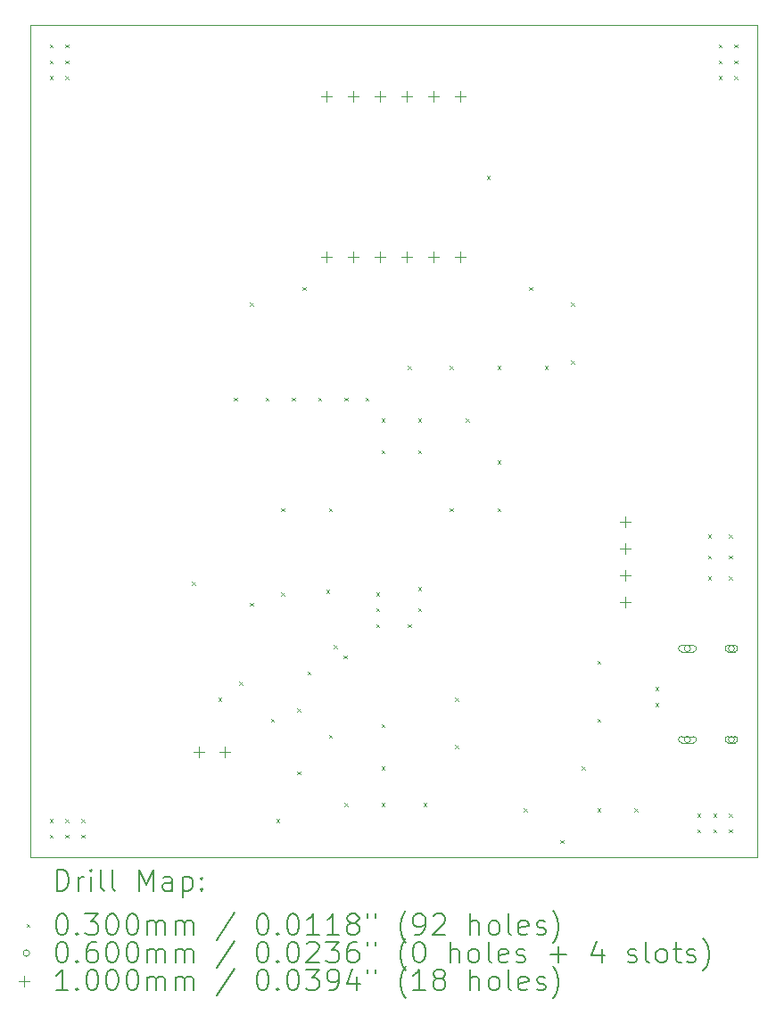
<source format=gbr>
%TF.GenerationSoftware,KiCad,Pcbnew,8.0.3*%
%TF.CreationDate,2024-07-18T22:26:14+08:00*%
%TF.ProjectId,NTC,4e54432e-6b69-4636-9164-5f7063625858,rev?*%
%TF.SameCoordinates,Original*%
%TF.FileFunction,Drillmap*%
%TF.FilePolarity,Positive*%
%FSLAX45Y45*%
G04 Gerber Fmt 4.5, Leading zero omitted, Abs format (unit mm)*
G04 Created by KiCad (PCBNEW 8.0.3) date 2024-07-18 22:26:14*
%MOMM*%
%LPD*%
G01*
G04 APERTURE LIST*
%ADD10C,0.100000*%
%ADD11C,0.200000*%
G04 APERTURE END LIST*
D10*
X18450000Y-5000000D02*
X18450000Y-12900000D01*
X11550000Y-5000000D02*
X18450000Y-5000000D01*
X11550000Y-5000000D02*
X11550000Y-12900000D01*
X18450000Y-12900000D02*
X11550000Y-12900000D01*
D11*
D10*
X11735000Y-5185000D02*
X11765000Y-5215000D01*
X11765000Y-5185000D02*
X11735000Y-5215000D01*
X11735000Y-5335000D02*
X11765000Y-5365000D01*
X11765000Y-5335000D02*
X11735000Y-5365000D01*
X11735000Y-5485000D02*
X11765000Y-5515000D01*
X11765000Y-5485000D02*
X11735000Y-5515000D01*
X11735000Y-12535000D02*
X11765000Y-12565000D01*
X11765000Y-12535000D02*
X11735000Y-12565000D01*
X11735000Y-12685000D02*
X11765000Y-12715000D01*
X11765000Y-12685000D02*
X11735000Y-12715000D01*
X11885000Y-5185000D02*
X11915000Y-5215000D01*
X11915000Y-5185000D02*
X11885000Y-5215000D01*
X11885000Y-5335000D02*
X11915000Y-5365000D01*
X11915000Y-5335000D02*
X11885000Y-5365000D01*
X11885000Y-5485000D02*
X11915000Y-5515000D01*
X11915000Y-5485000D02*
X11885000Y-5515000D01*
X11885000Y-12535000D02*
X11915000Y-12565000D01*
X11915000Y-12535000D02*
X11885000Y-12565000D01*
X11885000Y-12685000D02*
X11915000Y-12715000D01*
X11915000Y-12685000D02*
X11885000Y-12715000D01*
X12035000Y-12535000D02*
X12065000Y-12565000D01*
X12065000Y-12535000D02*
X12035000Y-12565000D01*
X12035000Y-12685000D02*
X12065000Y-12715000D01*
X12065000Y-12685000D02*
X12035000Y-12715000D01*
X13085000Y-10285000D02*
X13115000Y-10315000D01*
X13115000Y-10285000D02*
X13085000Y-10315000D01*
X13335000Y-11385000D02*
X13365000Y-11415000D01*
X13365000Y-11385000D02*
X13335000Y-11415000D01*
X13485000Y-8535000D02*
X13515000Y-8565000D01*
X13515000Y-8535000D02*
X13485000Y-8565000D01*
X13535000Y-11235000D02*
X13565000Y-11265000D01*
X13565000Y-11235000D02*
X13535000Y-11265000D01*
X13635000Y-7635000D02*
X13665000Y-7665000D01*
X13665000Y-7635000D02*
X13635000Y-7665000D01*
X13635000Y-10485000D02*
X13665000Y-10515000D01*
X13665000Y-10485000D02*
X13635000Y-10515000D01*
X13785000Y-8535000D02*
X13815000Y-8565000D01*
X13815000Y-8535000D02*
X13785000Y-8565000D01*
X13835000Y-11585000D02*
X13865000Y-11615000D01*
X13865000Y-11585000D02*
X13835000Y-11615000D01*
X13885000Y-12535000D02*
X13915000Y-12565000D01*
X13915000Y-12535000D02*
X13885000Y-12565000D01*
X13935000Y-9585000D02*
X13965000Y-9615000D01*
X13965000Y-9585000D02*
X13935000Y-9615000D01*
X13935000Y-10385000D02*
X13965000Y-10415000D01*
X13965000Y-10385000D02*
X13935000Y-10415000D01*
X14035000Y-8535000D02*
X14065000Y-8565000D01*
X14065000Y-8535000D02*
X14035000Y-8565000D01*
X14085000Y-11485000D02*
X14115000Y-11515000D01*
X14115000Y-11485000D02*
X14085000Y-11515000D01*
X14085000Y-12085000D02*
X14115000Y-12115000D01*
X14115000Y-12085000D02*
X14085000Y-12115000D01*
X14135000Y-7485000D02*
X14165000Y-7515000D01*
X14165000Y-7485000D02*
X14135000Y-7515000D01*
X14185000Y-11135000D02*
X14215000Y-11165000D01*
X14215000Y-11135000D02*
X14185000Y-11165000D01*
X14285000Y-8535000D02*
X14315000Y-8565000D01*
X14315000Y-8535000D02*
X14285000Y-8565000D01*
X14360000Y-10360000D02*
X14390000Y-10390000D01*
X14390000Y-10360000D02*
X14360000Y-10390000D01*
X14385000Y-9585000D02*
X14415000Y-9615000D01*
X14415000Y-9585000D02*
X14385000Y-9615000D01*
X14385000Y-11735000D02*
X14415000Y-11765000D01*
X14415000Y-11735000D02*
X14385000Y-11765000D01*
X14435000Y-10885000D02*
X14465000Y-10915000D01*
X14465000Y-10885000D02*
X14435000Y-10915000D01*
X14525000Y-10985000D02*
X14555000Y-11015000D01*
X14555000Y-10985000D02*
X14525000Y-11015000D01*
X14535000Y-8535000D02*
X14565000Y-8565000D01*
X14565000Y-8535000D02*
X14535000Y-8565000D01*
X14535000Y-12385000D02*
X14565000Y-12415000D01*
X14565000Y-12385000D02*
X14535000Y-12415000D01*
X14735000Y-8535000D02*
X14765000Y-8565000D01*
X14765000Y-8535000D02*
X14735000Y-8565000D01*
X14835000Y-10385000D02*
X14865000Y-10415000D01*
X14865000Y-10385000D02*
X14835000Y-10415000D01*
X14835000Y-10535000D02*
X14865000Y-10565000D01*
X14865000Y-10535000D02*
X14835000Y-10565000D01*
X14835000Y-10685000D02*
X14865000Y-10715000D01*
X14865000Y-10685000D02*
X14835000Y-10715000D01*
X14885000Y-8735000D02*
X14915000Y-8765000D01*
X14915000Y-8735000D02*
X14885000Y-8765000D01*
X14885000Y-9035000D02*
X14915000Y-9065000D01*
X14915000Y-9035000D02*
X14885000Y-9065000D01*
X14885000Y-11635000D02*
X14915000Y-11665000D01*
X14915000Y-11635000D02*
X14885000Y-11665000D01*
X14885000Y-12035000D02*
X14915000Y-12065000D01*
X14915000Y-12035000D02*
X14885000Y-12065000D01*
X14885000Y-12385000D02*
X14915000Y-12415000D01*
X14915000Y-12385000D02*
X14885000Y-12415000D01*
X15135000Y-8235000D02*
X15165000Y-8265000D01*
X15165000Y-8235000D02*
X15135000Y-8265000D01*
X15135000Y-10685000D02*
X15165000Y-10715000D01*
X15165000Y-10685000D02*
X15135000Y-10715000D01*
X15235000Y-8735000D02*
X15265000Y-8765000D01*
X15265000Y-8735000D02*
X15235000Y-8765000D01*
X15235000Y-9035000D02*
X15265000Y-9065000D01*
X15265000Y-9035000D02*
X15235000Y-9065000D01*
X15235000Y-10335000D02*
X15265000Y-10365000D01*
X15265000Y-10335000D02*
X15235000Y-10365000D01*
X15235000Y-10535000D02*
X15265000Y-10565000D01*
X15265000Y-10535000D02*
X15235000Y-10565000D01*
X15285000Y-12385000D02*
X15315000Y-12415000D01*
X15315000Y-12385000D02*
X15285000Y-12415000D01*
X15535000Y-8235000D02*
X15565000Y-8265000D01*
X15565000Y-8235000D02*
X15535000Y-8265000D01*
X15535000Y-9585000D02*
X15565000Y-9615000D01*
X15565000Y-9585000D02*
X15535000Y-9615000D01*
X15585000Y-11385000D02*
X15615000Y-11415000D01*
X15615000Y-11385000D02*
X15585000Y-11415000D01*
X15585000Y-11835000D02*
X15615000Y-11865000D01*
X15615000Y-11835000D02*
X15585000Y-11865000D01*
X15685000Y-8735000D02*
X15715000Y-8765000D01*
X15715000Y-8735000D02*
X15685000Y-8765000D01*
X15885000Y-6431750D02*
X15915000Y-6461750D01*
X15915000Y-6431750D02*
X15885000Y-6461750D01*
X15985000Y-8235000D02*
X16015000Y-8265000D01*
X16015000Y-8235000D02*
X15985000Y-8265000D01*
X15985000Y-9135000D02*
X16015000Y-9165000D01*
X16015000Y-9135000D02*
X15985000Y-9165000D01*
X15985000Y-9585000D02*
X16015000Y-9615000D01*
X16015000Y-9585000D02*
X15985000Y-9615000D01*
X16235000Y-12435000D02*
X16265000Y-12465000D01*
X16265000Y-12435000D02*
X16235000Y-12465000D01*
X16285000Y-7485000D02*
X16315000Y-7515000D01*
X16315000Y-7485000D02*
X16285000Y-7515000D01*
X16435000Y-8235000D02*
X16465000Y-8265000D01*
X16465000Y-8235000D02*
X16435000Y-8265000D01*
X16585000Y-12735000D02*
X16615000Y-12765000D01*
X16615000Y-12735000D02*
X16585000Y-12765000D01*
X16685000Y-7635000D02*
X16715000Y-7665000D01*
X16715000Y-7635000D02*
X16685000Y-7665000D01*
X16685000Y-8185000D02*
X16715000Y-8215000D01*
X16715000Y-8185000D02*
X16685000Y-8215000D01*
X16785000Y-12035000D02*
X16815000Y-12065000D01*
X16815000Y-12035000D02*
X16785000Y-12065000D01*
X16935000Y-11035000D02*
X16965000Y-11065000D01*
X16965000Y-11035000D02*
X16935000Y-11065000D01*
X16935000Y-11585000D02*
X16965000Y-11615000D01*
X16965000Y-11585000D02*
X16935000Y-11615000D01*
X16935000Y-12435000D02*
X16965000Y-12465000D01*
X16965000Y-12435000D02*
X16935000Y-12465000D01*
X17285000Y-12435000D02*
X17315000Y-12465000D01*
X17315000Y-12435000D02*
X17285000Y-12465000D01*
X17485000Y-11285000D02*
X17515000Y-11315000D01*
X17515000Y-11285000D02*
X17485000Y-11315000D01*
X17485000Y-11435000D02*
X17515000Y-11465000D01*
X17515000Y-11435000D02*
X17485000Y-11465000D01*
X17885000Y-12485000D02*
X17915000Y-12515000D01*
X17915000Y-12485000D02*
X17885000Y-12515000D01*
X17885000Y-12635000D02*
X17915000Y-12665000D01*
X17915000Y-12635000D02*
X17885000Y-12665000D01*
X17985000Y-9835000D02*
X18015000Y-9865000D01*
X18015000Y-9835000D02*
X17985000Y-9865000D01*
X17985000Y-10035000D02*
X18015000Y-10065000D01*
X18015000Y-10035000D02*
X17985000Y-10065000D01*
X17985000Y-10235000D02*
X18015000Y-10265000D01*
X18015000Y-10235000D02*
X17985000Y-10265000D01*
X18035000Y-12485000D02*
X18065000Y-12515000D01*
X18065000Y-12485000D02*
X18035000Y-12515000D01*
X18035000Y-12635000D02*
X18065000Y-12665000D01*
X18065000Y-12635000D02*
X18035000Y-12665000D01*
X18085000Y-5185000D02*
X18115000Y-5215000D01*
X18115000Y-5185000D02*
X18085000Y-5215000D01*
X18085000Y-5335000D02*
X18115000Y-5365000D01*
X18115000Y-5335000D02*
X18085000Y-5365000D01*
X18085000Y-5485000D02*
X18115000Y-5515000D01*
X18115000Y-5485000D02*
X18085000Y-5515000D01*
X18185000Y-9835000D02*
X18215000Y-9865000D01*
X18215000Y-9835000D02*
X18185000Y-9865000D01*
X18185000Y-10035000D02*
X18215000Y-10065000D01*
X18215000Y-10035000D02*
X18185000Y-10065000D01*
X18185000Y-10235000D02*
X18215000Y-10265000D01*
X18215000Y-10235000D02*
X18185000Y-10265000D01*
X18185000Y-12485000D02*
X18215000Y-12515000D01*
X18215000Y-12485000D02*
X18185000Y-12515000D01*
X18185000Y-12635000D02*
X18215000Y-12665000D01*
X18215000Y-12635000D02*
X18185000Y-12665000D01*
X18235000Y-5185000D02*
X18265000Y-5215000D01*
X18265000Y-5185000D02*
X18235000Y-5215000D01*
X18235000Y-5335000D02*
X18265000Y-5365000D01*
X18265000Y-5335000D02*
X18235000Y-5365000D01*
X18235000Y-5485000D02*
X18265000Y-5515000D01*
X18265000Y-5485000D02*
X18235000Y-5515000D01*
X17819500Y-10918000D02*
G75*
G02*
X17759500Y-10918000I-30000J0D01*
G01*
X17759500Y-10918000D02*
G75*
G02*
X17819500Y-10918000I30000J0D01*
G01*
X17734500Y-10948000D02*
X17844500Y-10948000D01*
X17844500Y-10888000D02*
G75*
G02*
X17844500Y-10948000I0J-30000D01*
G01*
X17844500Y-10888000D02*
X17734500Y-10888000D01*
X17734500Y-10888000D02*
G75*
G03*
X17734500Y-10948000I0J-30000D01*
G01*
X17819500Y-11782000D02*
G75*
G02*
X17759500Y-11782000I-30000J0D01*
G01*
X17759500Y-11782000D02*
G75*
G02*
X17819500Y-11782000I30000J0D01*
G01*
X17734500Y-11812000D02*
X17844500Y-11812000D01*
X17844500Y-11752000D02*
G75*
G02*
X17844500Y-11812000I0J-30000D01*
G01*
X17844500Y-11752000D02*
X17734500Y-11752000D01*
X17734500Y-11752000D02*
G75*
G03*
X17734500Y-11812000I0J-30000D01*
G01*
X18237500Y-10918000D02*
G75*
G02*
X18177500Y-10918000I-30000J0D01*
G01*
X18177500Y-10918000D02*
G75*
G02*
X18237500Y-10918000I30000J0D01*
G01*
X18177500Y-10948000D02*
X18237500Y-10948000D01*
X18237500Y-10888000D02*
G75*
G02*
X18237500Y-10948000I0J-30000D01*
G01*
X18237500Y-10888000D02*
X18177500Y-10888000D01*
X18177500Y-10888000D02*
G75*
G03*
X18177500Y-10948000I0J-30000D01*
G01*
X18237500Y-11782000D02*
G75*
G02*
X18177500Y-11782000I-30000J0D01*
G01*
X18177500Y-11782000D02*
G75*
G02*
X18237500Y-11782000I30000J0D01*
G01*
X18177500Y-11812000D02*
X18237500Y-11812000D01*
X18237500Y-11752000D02*
G75*
G02*
X18237500Y-11812000I0J-30000D01*
G01*
X18237500Y-11752000D02*
X18177500Y-11752000D01*
X18177500Y-11752000D02*
G75*
G03*
X18177500Y-11812000I0J-30000D01*
G01*
X13150000Y-11850000D02*
X13150000Y-11950000D01*
X13100000Y-11900000D02*
X13200000Y-11900000D01*
X13400000Y-11850000D02*
X13400000Y-11950000D01*
X13350000Y-11900000D02*
X13450000Y-11900000D01*
X14365000Y-5623750D02*
X14365000Y-5723750D01*
X14315000Y-5673750D02*
X14415000Y-5673750D01*
X14365000Y-7147750D02*
X14365000Y-7247750D01*
X14315000Y-7197750D02*
X14415000Y-7197750D01*
X14619000Y-5623750D02*
X14619000Y-5723750D01*
X14569000Y-5673750D02*
X14669000Y-5673750D01*
X14619000Y-7147750D02*
X14619000Y-7247750D01*
X14569000Y-7197750D02*
X14669000Y-7197750D01*
X14873000Y-5623750D02*
X14873000Y-5723750D01*
X14823000Y-5673750D02*
X14923000Y-5673750D01*
X14873000Y-7147750D02*
X14873000Y-7247750D01*
X14823000Y-7197750D02*
X14923000Y-7197750D01*
X15127000Y-5623750D02*
X15127000Y-5723750D01*
X15077000Y-5673750D02*
X15177000Y-5673750D01*
X15127000Y-7147750D02*
X15127000Y-7247750D01*
X15077000Y-7197750D02*
X15177000Y-7197750D01*
X15381000Y-5623750D02*
X15381000Y-5723750D01*
X15331000Y-5673750D02*
X15431000Y-5673750D01*
X15381000Y-7147750D02*
X15381000Y-7247750D01*
X15331000Y-7197750D02*
X15431000Y-7197750D01*
X15635000Y-5623750D02*
X15635000Y-5723750D01*
X15585000Y-5673750D02*
X15685000Y-5673750D01*
X15635000Y-7147750D02*
X15635000Y-7247750D01*
X15585000Y-7197750D02*
X15685000Y-7197750D01*
X17200000Y-9668000D02*
X17200000Y-9768000D01*
X17150000Y-9718000D02*
X17250000Y-9718000D01*
X17200000Y-9922000D02*
X17200000Y-10022000D01*
X17150000Y-9972000D02*
X17250000Y-9972000D01*
X17200000Y-10176000D02*
X17200000Y-10276000D01*
X17150000Y-10226000D02*
X17250000Y-10226000D01*
X17200000Y-10430000D02*
X17200000Y-10530000D01*
X17150000Y-10480000D02*
X17250000Y-10480000D01*
D11*
X11805777Y-13216484D02*
X11805777Y-13016484D01*
X11805777Y-13016484D02*
X11853396Y-13016484D01*
X11853396Y-13016484D02*
X11881967Y-13026008D01*
X11881967Y-13026008D02*
X11901015Y-13045055D01*
X11901015Y-13045055D02*
X11910539Y-13064103D01*
X11910539Y-13064103D02*
X11920062Y-13102198D01*
X11920062Y-13102198D02*
X11920062Y-13130769D01*
X11920062Y-13130769D02*
X11910539Y-13168865D01*
X11910539Y-13168865D02*
X11901015Y-13187912D01*
X11901015Y-13187912D02*
X11881967Y-13206960D01*
X11881967Y-13206960D02*
X11853396Y-13216484D01*
X11853396Y-13216484D02*
X11805777Y-13216484D01*
X12005777Y-13216484D02*
X12005777Y-13083150D01*
X12005777Y-13121246D02*
X12015301Y-13102198D01*
X12015301Y-13102198D02*
X12024824Y-13092674D01*
X12024824Y-13092674D02*
X12043872Y-13083150D01*
X12043872Y-13083150D02*
X12062920Y-13083150D01*
X12129586Y-13216484D02*
X12129586Y-13083150D01*
X12129586Y-13016484D02*
X12120062Y-13026008D01*
X12120062Y-13026008D02*
X12129586Y-13035531D01*
X12129586Y-13035531D02*
X12139110Y-13026008D01*
X12139110Y-13026008D02*
X12129586Y-13016484D01*
X12129586Y-13016484D02*
X12129586Y-13035531D01*
X12253396Y-13216484D02*
X12234348Y-13206960D01*
X12234348Y-13206960D02*
X12224824Y-13187912D01*
X12224824Y-13187912D02*
X12224824Y-13016484D01*
X12358158Y-13216484D02*
X12339110Y-13206960D01*
X12339110Y-13206960D02*
X12329586Y-13187912D01*
X12329586Y-13187912D02*
X12329586Y-13016484D01*
X12586729Y-13216484D02*
X12586729Y-13016484D01*
X12586729Y-13016484D02*
X12653396Y-13159341D01*
X12653396Y-13159341D02*
X12720062Y-13016484D01*
X12720062Y-13016484D02*
X12720062Y-13216484D01*
X12901015Y-13216484D02*
X12901015Y-13111722D01*
X12901015Y-13111722D02*
X12891491Y-13092674D01*
X12891491Y-13092674D02*
X12872443Y-13083150D01*
X12872443Y-13083150D02*
X12834348Y-13083150D01*
X12834348Y-13083150D02*
X12815301Y-13092674D01*
X12901015Y-13206960D02*
X12881967Y-13216484D01*
X12881967Y-13216484D02*
X12834348Y-13216484D01*
X12834348Y-13216484D02*
X12815301Y-13206960D01*
X12815301Y-13206960D02*
X12805777Y-13187912D01*
X12805777Y-13187912D02*
X12805777Y-13168865D01*
X12805777Y-13168865D02*
X12815301Y-13149817D01*
X12815301Y-13149817D02*
X12834348Y-13140293D01*
X12834348Y-13140293D02*
X12881967Y-13140293D01*
X12881967Y-13140293D02*
X12901015Y-13130769D01*
X12996253Y-13083150D02*
X12996253Y-13283150D01*
X12996253Y-13092674D02*
X13015301Y-13083150D01*
X13015301Y-13083150D02*
X13053396Y-13083150D01*
X13053396Y-13083150D02*
X13072443Y-13092674D01*
X13072443Y-13092674D02*
X13081967Y-13102198D01*
X13081967Y-13102198D02*
X13091491Y-13121246D01*
X13091491Y-13121246D02*
X13091491Y-13178388D01*
X13091491Y-13178388D02*
X13081967Y-13197436D01*
X13081967Y-13197436D02*
X13072443Y-13206960D01*
X13072443Y-13206960D02*
X13053396Y-13216484D01*
X13053396Y-13216484D02*
X13015301Y-13216484D01*
X13015301Y-13216484D02*
X12996253Y-13206960D01*
X13177205Y-13197436D02*
X13186729Y-13206960D01*
X13186729Y-13206960D02*
X13177205Y-13216484D01*
X13177205Y-13216484D02*
X13167682Y-13206960D01*
X13167682Y-13206960D02*
X13177205Y-13197436D01*
X13177205Y-13197436D02*
X13177205Y-13216484D01*
X13177205Y-13092674D02*
X13186729Y-13102198D01*
X13186729Y-13102198D02*
X13177205Y-13111722D01*
X13177205Y-13111722D02*
X13167682Y-13102198D01*
X13167682Y-13102198D02*
X13177205Y-13092674D01*
X13177205Y-13092674D02*
X13177205Y-13111722D01*
D10*
X11515000Y-13530000D02*
X11545000Y-13560000D01*
X11545000Y-13530000D02*
X11515000Y-13560000D01*
D11*
X11843872Y-13436484D02*
X11862920Y-13436484D01*
X11862920Y-13436484D02*
X11881967Y-13446008D01*
X11881967Y-13446008D02*
X11891491Y-13455531D01*
X11891491Y-13455531D02*
X11901015Y-13474579D01*
X11901015Y-13474579D02*
X11910539Y-13512674D01*
X11910539Y-13512674D02*
X11910539Y-13560293D01*
X11910539Y-13560293D02*
X11901015Y-13598388D01*
X11901015Y-13598388D02*
X11891491Y-13617436D01*
X11891491Y-13617436D02*
X11881967Y-13626960D01*
X11881967Y-13626960D02*
X11862920Y-13636484D01*
X11862920Y-13636484D02*
X11843872Y-13636484D01*
X11843872Y-13636484D02*
X11824824Y-13626960D01*
X11824824Y-13626960D02*
X11815301Y-13617436D01*
X11815301Y-13617436D02*
X11805777Y-13598388D01*
X11805777Y-13598388D02*
X11796253Y-13560293D01*
X11796253Y-13560293D02*
X11796253Y-13512674D01*
X11796253Y-13512674D02*
X11805777Y-13474579D01*
X11805777Y-13474579D02*
X11815301Y-13455531D01*
X11815301Y-13455531D02*
X11824824Y-13446008D01*
X11824824Y-13446008D02*
X11843872Y-13436484D01*
X11996253Y-13617436D02*
X12005777Y-13626960D01*
X12005777Y-13626960D02*
X11996253Y-13636484D01*
X11996253Y-13636484D02*
X11986729Y-13626960D01*
X11986729Y-13626960D02*
X11996253Y-13617436D01*
X11996253Y-13617436D02*
X11996253Y-13636484D01*
X12072443Y-13436484D02*
X12196253Y-13436484D01*
X12196253Y-13436484D02*
X12129586Y-13512674D01*
X12129586Y-13512674D02*
X12158158Y-13512674D01*
X12158158Y-13512674D02*
X12177205Y-13522198D01*
X12177205Y-13522198D02*
X12186729Y-13531722D01*
X12186729Y-13531722D02*
X12196253Y-13550769D01*
X12196253Y-13550769D02*
X12196253Y-13598388D01*
X12196253Y-13598388D02*
X12186729Y-13617436D01*
X12186729Y-13617436D02*
X12177205Y-13626960D01*
X12177205Y-13626960D02*
X12158158Y-13636484D01*
X12158158Y-13636484D02*
X12101015Y-13636484D01*
X12101015Y-13636484D02*
X12081967Y-13626960D01*
X12081967Y-13626960D02*
X12072443Y-13617436D01*
X12320062Y-13436484D02*
X12339110Y-13436484D01*
X12339110Y-13436484D02*
X12358158Y-13446008D01*
X12358158Y-13446008D02*
X12367682Y-13455531D01*
X12367682Y-13455531D02*
X12377205Y-13474579D01*
X12377205Y-13474579D02*
X12386729Y-13512674D01*
X12386729Y-13512674D02*
X12386729Y-13560293D01*
X12386729Y-13560293D02*
X12377205Y-13598388D01*
X12377205Y-13598388D02*
X12367682Y-13617436D01*
X12367682Y-13617436D02*
X12358158Y-13626960D01*
X12358158Y-13626960D02*
X12339110Y-13636484D01*
X12339110Y-13636484D02*
X12320062Y-13636484D01*
X12320062Y-13636484D02*
X12301015Y-13626960D01*
X12301015Y-13626960D02*
X12291491Y-13617436D01*
X12291491Y-13617436D02*
X12281967Y-13598388D01*
X12281967Y-13598388D02*
X12272443Y-13560293D01*
X12272443Y-13560293D02*
X12272443Y-13512674D01*
X12272443Y-13512674D02*
X12281967Y-13474579D01*
X12281967Y-13474579D02*
X12291491Y-13455531D01*
X12291491Y-13455531D02*
X12301015Y-13446008D01*
X12301015Y-13446008D02*
X12320062Y-13436484D01*
X12510539Y-13436484D02*
X12529586Y-13436484D01*
X12529586Y-13436484D02*
X12548634Y-13446008D01*
X12548634Y-13446008D02*
X12558158Y-13455531D01*
X12558158Y-13455531D02*
X12567682Y-13474579D01*
X12567682Y-13474579D02*
X12577205Y-13512674D01*
X12577205Y-13512674D02*
X12577205Y-13560293D01*
X12577205Y-13560293D02*
X12567682Y-13598388D01*
X12567682Y-13598388D02*
X12558158Y-13617436D01*
X12558158Y-13617436D02*
X12548634Y-13626960D01*
X12548634Y-13626960D02*
X12529586Y-13636484D01*
X12529586Y-13636484D02*
X12510539Y-13636484D01*
X12510539Y-13636484D02*
X12491491Y-13626960D01*
X12491491Y-13626960D02*
X12481967Y-13617436D01*
X12481967Y-13617436D02*
X12472443Y-13598388D01*
X12472443Y-13598388D02*
X12462920Y-13560293D01*
X12462920Y-13560293D02*
X12462920Y-13512674D01*
X12462920Y-13512674D02*
X12472443Y-13474579D01*
X12472443Y-13474579D02*
X12481967Y-13455531D01*
X12481967Y-13455531D02*
X12491491Y-13446008D01*
X12491491Y-13446008D02*
X12510539Y-13436484D01*
X12662920Y-13636484D02*
X12662920Y-13503150D01*
X12662920Y-13522198D02*
X12672443Y-13512674D01*
X12672443Y-13512674D02*
X12691491Y-13503150D01*
X12691491Y-13503150D02*
X12720063Y-13503150D01*
X12720063Y-13503150D02*
X12739110Y-13512674D01*
X12739110Y-13512674D02*
X12748634Y-13531722D01*
X12748634Y-13531722D02*
X12748634Y-13636484D01*
X12748634Y-13531722D02*
X12758158Y-13512674D01*
X12758158Y-13512674D02*
X12777205Y-13503150D01*
X12777205Y-13503150D02*
X12805777Y-13503150D01*
X12805777Y-13503150D02*
X12824824Y-13512674D01*
X12824824Y-13512674D02*
X12834348Y-13531722D01*
X12834348Y-13531722D02*
X12834348Y-13636484D01*
X12929586Y-13636484D02*
X12929586Y-13503150D01*
X12929586Y-13522198D02*
X12939110Y-13512674D01*
X12939110Y-13512674D02*
X12958158Y-13503150D01*
X12958158Y-13503150D02*
X12986729Y-13503150D01*
X12986729Y-13503150D02*
X13005777Y-13512674D01*
X13005777Y-13512674D02*
X13015301Y-13531722D01*
X13015301Y-13531722D02*
X13015301Y-13636484D01*
X13015301Y-13531722D02*
X13024824Y-13512674D01*
X13024824Y-13512674D02*
X13043872Y-13503150D01*
X13043872Y-13503150D02*
X13072443Y-13503150D01*
X13072443Y-13503150D02*
X13091491Y-13512674D01*
X13091491Y-13512674D02*
X13101015Y-13531722D01*
X13101015Y-13531722D02*
X13101015Y-13636484D01*
X13491491Y-13426960D02*
X13320063Y-13684103D01*
X13748634Y-13436484D02*
X13767682Y-13436484D01*
X13767682Y-13436484D02*
X13786729Y-13446008D01*
X13786729Y-13446008D02*
X13796253Y-13455531D01*
X13796253Y-13455531D02*
X13805777Y-13474579D01*
X13805777Y-13474579D02*
X13815301Y-13512674D01*
X13815301Y-13512674D02*
X13815301Y-13560293D01*
X13815301Y-13560293D02*
X13805777Y-13598388D01*
X13805777Y-13598388D02*
X13796253Y-13617436D01*
X13796253Y-13617436D02*
X13786729Y-13626960D01*
X13786729Y-13626960D02*
X13767682Y-13636484D01*
X13767682Y-13636484D02*
X13748634Y-13636484D01*
X13748634Y-13636484D02*
X13729586Y-13626960D01*
X13729586Y-13626960D02*
X13720063Y-13617436D01*
X13720063Y-13617436D02*
X13710539Y-13598388D01*
X13710539Y-13598388D02*
X13701015Y-13560293D01*
X13701015Y-13560293D02*
X13701015Y-13512674D01*
X13701015Y-13512674D02*
X13710539Y-13474579D01*
X13710539Y-13474579D02*
X13720063Y-13455531D01*
X13720063Y-13455531D02*
X13729586Y-13446008D01*
X13729586Y-13446008D02*
X13748634Y-13436484D01*
X13901015Y-13617436D02*
X13910539Y-13626960D01*
X13910539Y-13626960D02*
X13901015Y-13636484D01*
X13901015Y-13636484D02*
X13891491Y-13626960D01*
X13891491Y-13626960D02*
X13901015Y-13617436D01*
X13901015Y-13617436D02*
X13901015Y-13636484D01*
X14034348Y-13436484D02*
X14053396Y-13436484D01*
X14053396Y-13436484D02*
X14072444Y-13446008D01*
X14072444Y-13446008D02*
X14081967Y-13455531D01*
X14081967Y-13455531D02*
X14091491Y-13474579D01*
X14091491Y-13474579D02*
X14101015Y-13512674D01*
X14101015Y-13512674D02*
X14101015Y-13560293D01*
X14101015Y-13560293D02*
X14091491Y-13598388D01*
X14091491Y-13598388D02*
X14081967Y-13617436D01*
X14081967Y-13617436D02*
X14072444Y-13626960D01*
X14072444Y-13626960D02*
X14053396Y-13636484D01*
X14053396Y-13636484D02*
X14034348Y-13636484D01*
X14034348Y-13636484D02*
X14015301Y-13626960D01*
X14015301Y-13626960D02*
X14005777Y-13617436D01*
X14005777Y-13617436D02*
X13996253Y-13598388D01*
X13996253Y-13598388D02*
X13986729Y-13560293D01*
X13986729Y-13560293D02*
X13986729Y-13512674D01*
X13986729Y-13512674D02*
X13996253Y-13474579D01*
X13996253Y-13474579D02*
X14005777Y-13455531D01*
X14005777Y-13455531D02*
X14015301Y-13446008D01*
X14015301Y-13446008D02*
X14034348Y-13436484D01*
X14291491Y-13636484D02*
X14177206Y-13636484D01*
X14234348Y-13636484D02*
X14234348Y-13436484D01*
X14234348Y-13436484D02*
X14215301Y-13465055D01*
X14215301Y-13465055D02*
X14196253Y-13484103D01*
X14196253Y-13484103D02*
X14177206Y-13493627D01*
X14481967Y-13636484D02*
X14367682Y-13636484D01*
X14424825Y-13636484D02*
X14424825Y-13436484D01*
X14424825Y-13436484D02*
X14405777Y-13465055D01*
X14405777Y-13465055D02*
X14386729Y-13484103D01*
X14386729Y-13484103D02*
X14367682Y-13493627D01*
X14596253Y-13522198D02*
X14577206Y-13512674D01*
X14577206Y-13512674D02*
X14567682Y-13503150D01*
X14567682Y-13503150D02*
X14558158Y-13484103D01*
X14558158Y-13484103D02*
X14558158Y-13474579D01*
X14558158Y-13474579D02*
X14567682Y-13455531D01*
X14567682Y-13455531D02*
X14577206Y-13446008D01*
X14577206Y-13446008D02*
X14596253Y-13436484D01*
X14596253Y-13436484D02*
X14634348Y-13436484D01*
X14634348Y-13436484D02*
X14653396Y-13446008D01*
X14653396Y-13446008D02*
X14662920Y-13455531D01*
X14662920Y-13455531D02*
X14672444Y-13474579D01*
X14672444Y-13474579D02*
X14672444Y-13484103D01*
X14672444Y-13484103D02*
X14662920Y-13503150D01*
X14662920Y-13503150D02*
X14653396Y-13512674D01*
X14653396Y-13512674D02*
X14634348Y-13522198D01*
X14634348Y-13522198D02*
X14596253Y-13522198D01*
X14596253Y-13522198D02*
X14577206Y-13531722D01*
X14577206Y-13531722D02*
X14567682Y-13541246D01*
X14567682Y-13541246D02*
X14558158Y-13560293D01*
X14558158Y-13560293D02*
X14558158Y-13598388D01*
X14558158Y-13598388D02*
X14567682Y-13617436D01*
X14567682Y-13617436D02*
X14577206Y-13626960D01*
X14577206Y-13626960D02*
X14596253Y-13636484D01*
X14596253Y-13636484D02*
X14634348Y-13636484D01*
X14634348Y-13636484D02*
X14653396Y-13626960D01*
X14653396Y-13626960D02*
X14662920Y-13617436D01*
X14662920Y-13617436D02*
X14672444Y-13598388D01*
X14672444Y-13598388D02*
X14672444Y-13560293D01*
X14672444Y-13560293D02*
X14662920Y-13541246D01*
X14662920Y-13541246D02*
X14653396Y-13531722D01*
X14653396Y-13531722D02*
X14634348Y-13522198D01*
X14748634Y-13436484D02*
X14748634Y-13474579D01*
X14824825Y-13436484D02*
X14824825Y-13474579D01*
X15120063Y-13712674D02*
X15110539Y-13703150D01*
X15110539Y-13703150D02*
X15091491Y-13674579D01*
X15091491Y-13674579D02*
X15081968Y-13655531D01*
X15081968Y-13655531D02*
X15072444Y-13626960D01*
X15072444Y-13626960D02*
X15062920Y-13579341D01*
X15062920Y-13579341D02*
X15062920Y-13541246D01*
X15062920Y-13541246D02*
X15072444Y-13493627D01*
X15072444Y-13493627D02*
X15081968Y-13465055D01*
X15081968Y-13465055D02*
X15091491Y-13446008D01*
X15091491Y-13446008D02*
X15110539Y-13417436D01*
X15110539Y-13417436D02*
X15120063Y-13407912D01*
X15205777Y-13636484D02*
X15243872Y-13636484D01*
X15243872Y-13636484D02*
X15262920Y-13626960D01*
X15262920Y-13626960D02*
X15272444Y-13617436D01*
X15272444Y-13617436D02*
X15291491Y-13588865D01*
X15291491Y-13588865D02*
X15301015Y-13550769D01*
X15301015Y-13550769D02*
X15301015Y-13474579D01*
X15301015Y-13474579D02*
X15291491Y-13455531D01*
X15291491Y-13455531D02*
X15281968Y-13446008D01*
X15281968Y-13446008D02*
X15262920Y-13436484D01*
X15262920Y-13436484D02*
X15224825Y-13436484D01*
X15224825Y-13436484D02*
X15205777Y-13446008D01*
X15205777Y-13446008D02*
X15196253Y-13455531D01*
X15196253Y-13455531D02*
X15186729Y-13474579D01*
X15186729Y-13474579D02*
X15186729Y-13522198D01*
X15186729Y-13522198D02*
X15196253Y-13541246D01*
X15196253Y-13541246D02*
X15205777Y-13550769D01*
X15205777Y-13550769D02*
X15224825Y-13560293D01*
X15224825Y-13560293D02*
X15262920Y-13560293D01*
X15262920Y-13560293D02*
X15281968Y-13550769D01*
X15281968Y-13550769D02*
X15291491Y-13541246D01*
X15291491Y-13541246D02*
X15301015Y-13522198D01*
X15377206Y-13455531D02*
X15386729Y-13446008D01*
X15386729Y-13446008D02*
X15405777Y-13436484D01*
X15405777Y-13436484D02*
X15453396Y-13436484D01*
X15453396Y-13436484D02*
X15472444Y-13446008D01*
X15472444Y-13446008D02*
X15481968Y-13455531D01*
X15481968Y-13455531D02*
X15491491Y-13474579D01*
X15491491Y-13474579D02*
X15491491Y-13493627D01*
X15491491Y-13493627D02*
X15481968Y-13522198D01*
X15481968Y-13522198D02*
X15367682Y-13636484D01*
X15367682Y-13636484D02*
X15491491Y-13636484D01*
X15729587Y-13636484D02*
X15729587Y-13436484D01*
X15815301Y-13636484D02*
X15815301Y-13531722D01*
X15815301Y-13531722D02*
X15805777Y-13512674D01*
X15805777Y-13512674D02*
X15786730Y-13503150D01*
X15786730Y-13503150D02*
X15758158Y-13503150D01*
X15758158Y-13503150D02*
X15739110Y-13512674D01*
X15739110Y-13512674D02*
X15729587Y-13522198D01*
X15939110Y-13636484D02*
X15920063Y-13626960D01*
X15920063Y-13626960D02*
X15910539Y-13617436D01*
X15910539Y-13617436D02*
X15901015Y-13598388D01*
X15901015Y-13598388D02*
X15901015Y-13541246D01*
X15901015Y-13541246D02*
X15910539Y-13522198D01*
X15910539Y-13522198D02*
X15920063Y-13512674D01*
X15920063Y-13512674D02*
X15939110Y-13503150D01*
X15939110Y-13503150D02*
X15967682Y-13503150D01*
X15967682Y-13503150D02*
X15986730Y-13512674D01*
X15986730Y-13512674D02*
X15996253Y-13522198D01*
X15996253Y-13522198D02*
X16005777Y-13541246D01*
X16005777Y-13541246D02*
X16005777Y-13598388D01*
X16005777Y-13598388D02*
X15996253Y-13617436D01*
X15996253Y-13617436D02*
X15986730Y-13626960D01*
X15986730Y-13626960D02*
X15967682Y-13636484D01*
X15967682Y-13636484D02*
X15939110Y-13636484D01*
X16120063Y-13636484D02*
X16101015Y-13626960D01*
X16101015Y-13626960D02*
X16091491Y-13607912D01*
X16091491Y-13607912D02*
X16091491Y-13436484D01*
X16272444Y-13626960D02*
X16253396Y-13636484D01*
X16253396Y-13636484D02*
X16215301Y-13636484D01*
X16215301Y-13636484D02*
X16196253Y-13626960D01*
X16196253Y-13626960D02*
X16186730Y-13607912D01*
X16186730Y-13607912D02*
X16186730Y-13531722D01*
X16186730Y-13531722D02*
X16196253Y-13512674D01*
X16196253Y-13512674D02*
X16215301Y-13503150D01*
X16215301Y-13503150D02*
X16253396Y-13503150D01*
X16253396Y-13503150D02*
X16272444Y-13512674D01*
X16272444Y-13512674D02*
X16281968Y-13531722D01*
X16281968Y-13531722D02*
X16281968Y-13550769D01*
X16281968Y-13550769D02*
X16186730Y-13569817D01*
X16358158Y-13626960D02*
X16377206Y-13636484D01*
X16377206Y-13636484D02*
X16415301Y-13636484D01*
X16415301Y-13636484D02*
X16434349Y-13626960D01*
X16434349Y-13626960D02*
X16443872Y-13607912D01*
X16443872Y-13607912D02*
X16443872Y-13598388D01*
X16443872Y-13598388D02*
X16434349Y-13579341D01*
X16434349Y-13579341D02*
X16415301Y-13569817D01*
X16415301Y-13569817D02*
X16386730Y-13569817D01*
X16386730Y-13569817D02*
X16367682Y-13560293D01*
X16367682Y-13560293D02*
X16358158Y-13541246D01*
X16358158Y-13541246D02*
X16358158Y-13531722D01*
X16358158Y-13531722D02*
X16367682Y-13512674D01*
X16367682Y-13512674D02*
X16386730Y-13503150D01*
X16386730Y-13503150D02*
X16415301Y-13503150D01*
X16415301Y-13503150D02*
X16434349Y-13512674D01*
X16510539Y-13712674D02*
X16520063Y-13703150D01*
X16520063Y-13703150D02*
X16539111Y-13674579D01*
X16539111Y-13674579D02*
X16548634Y-13655531D01*
X16548634Y-13655531D02*
X16558158Y-13626960D01*
X16558158Y-13626960D02*
X16567682Y-13579341D01*
X16567682Y-13579341D02*
X16567682Y-13541246D01*
X16567682Y-13541246D02*
X16558158Y-13493627D01*
X16558158Y-13493627D02*
X16548634Y-13465055D01*
X16548634Y-13465055D02*
X16539111Y-13446008D01*
X16539111Y-13446008D02*
X16520063Y-13417436D01*
X16520063Y-13417436D02*
X16510539Y-13407912D01*
D10*
X11545000Y-13809000D02*
G75*
G02*
X11485000Y-13809000I-30000J0D01*
G01*
X11485000Y-13809000D02*
G75*
G02*
X11545000Y-13809000I30000J0D01*
G01*
D11*
X11843872Y-13700484D02*
X11862920Y-13700484D01*
X11862920Y-13700484D02*
X11881967Y-13710008D01*
X11881967Y-13710008D02*
X11891491Y-13719531D01*
X11891491Y-13719531D02*
X11901015Y-13738579D01*
X11901015Y-13738579D02*
X11910539Y-13776674D01*
X11910539Y-13776674D02*
X11910539Y-13824293D01*
X11910539Y-13824293D02*
X11901015Y-13862388D01*
X11901015Y-13862388D02*
X11891491Y-13881436D01*
X11891491Y-13881436D02*
X11881967Y-13890960D01*
X11881967Y-13890960D02*
X11862920Y-13900484D01*
X11862920Y-13900484D02*
X11843872Y-13900484D01*
X11843872Y-13900484D02*
X11824824Y-13890960D01*
X11824824Y-13890960D02*
X11815301Y-13881436D01*
X11815301Y-13881436D02*
X11805777Y-13862388D01*
X11805777Y-13862388D02*
X11796253Y-13824293D01*
X11796253Y-13824293D02*
X11796253Y-13776674D01*
X11796253Y-13776674D02*
X11805777Y-13738579D01*
X11805777Y-13738579D02*
X11815301Y-13719531D01*
X11815301Y-13719531D02*
X11824824Y-13710008D01*
X11824824Y-13710008D02*
X11843872Y-13700484D01*
X11996253Y-13881436D02*
X12005777Y-13890960D01*
X12005777Y-13890960D02*
X11996253Y-13900484D01*
X11996253Y-13900484D02*
X11986729Y-13890960D01*
X11986729Y-13890960D02*
X11996253Y-13881436D01*
X11996253Y-13881436D02*
X11996253Y-13900484D01*
X12177205Y-13700484D02*
X12139110Y-13700484D01*
X12139110Y-13700484D02*
X12120062Y-13710008D01*
X12120062Y-13710008D02*
X12110539Y-13719531D01*
X12110539Y-13719531D02*
X12091491Y-13748103D01*
X12091491Y-13748103D02*
X12081967Y-13786198D01*
X12081967Y-13786198D02*
X12081967Y-13862388D01*
X12081967Y-13862388D02*
X12091491Y-13881436D01*
X12091491Y-13881436D02*
X12101015Y-13890960D01*
X12101015Y-13890960D02*
X12120062Y-13900484D01*
X12120062Y-13900484D02*
X12158158Y-13900484D01*
X12158158Y-13900484D02*
X12177205Y-13890960D01*
X12177205Y-13890960D02*
X12186729Y-13881436D01*
X12186729Y-13881436D02*
X12196253Y-13862388D01*
X12196253Y-13862388D02*
X12196253Y-13814769D01*
X12196253Y-13814769D02*
X12186729Y-13795722D01*
X12186729Y-13795722D02*
X12177205Y-13786198D01*
X12177205Y-13786198D02*
X12158158Y-13776674D01*
X12158158Y-13776674D02*
X12120062Y-13776674D01*
X12120062Y-13776674D02*
X12101015Y-13786198D01*
X12101015Y-13786198D02*
X12091491Y-13795722D01*
X12091491Y-13795722D02*
X12081967Y-13814769D01*
X12320062Y-13700484D02*
X12339110Y-13700484D01*
X12339110Y-13700484D02*
X12358158Y-13710008D01*
X12358158Y-13710008D02*
X12367682Y-13719531D01*
X12367682Y-13719531D02*
X12377205Y-13738579D01*
X12377205Y-13738579D02*
X12386729Y-13776674D01*
X12386729Y-13776674D02*
X12386729Y-13824293D01*
X12386729Y-13824293D02*
X12377205Y-13862388D01*
X12377205Y-13862388D02*
X12367682Y-13881436D01*
X12367682Y-13881436D02*
X12358158Y-13890960D01*
X12358158Y-13890960D02*
X12339110Y-13900484D01*
X12339110Y-13900484D02*
X12320062Y-13900484D01*
X12320062Y-13900484D02*
X12301015Y-13890960D01*
X12301015Y-13890960D02*
X12291491Y-13881436D01*
X12291491Y-13881436D02*
X12281967Y-13862388D01*
X12281967Y-13862388D02*
X12272443Y-13824293D01*
X12272443Y-13824293D02*
X12272443Y-13776674D01*
X12272443Y-13776674D02*
X12281967Y-13738579D01*
X12281967Y-13738579D02*
X12291491Y-13719531D01*
X12291491Y-13719531D02*
X12301015Y-13710008D01*
X12301015Y-13710008D02*
X12320062Y-13700484D01*
X12510539Y-13700484D02*
X12529586Y-13700484D01*
X12529586Y-13700484D02*
X12548634Y-13710008D01*
X12548634Y-13710008D02*
X12558158Y-13719531D01*
X12558158Y-13719531D02*
X12567682Y-13738579D01*
X12567682Y-13738579D02*
X12577205Y-13776674D01*
X12577205Y-13776674D02*
X12577205Y-13824293D01*
X12577205Y-13824293D02*
X12567682Y-13862388D01*
X12567682Y-13862388D02*
X12558158Y-13881436D01*
X12558158Y-13881436D02*
X12548634Y-13890960D01*
X12548634Y-13890960D02*
X12529586Y-13900484D01*
X12529586Y-13900484D02*
X12510539Y-13900484D01*
X12510539Y-13900484D02*
X12491491Y-13890960D01*
X12491491Y-13890960D02*
X12481967Y-13881436D01*
X12481967Y-13881436D02*
X12472443Y-13862388D01*
X12472443Y-13862388D02*
X12462920Y-13824293D01*
X12462920Y-13824293D02*
X12462920Y-13776674D01*
X12462920Y-13776674D02*
X12472443Y-13738579D01*
X12472443Y-13738579D02*
X12481967Y-13719531D01*
X12481967Y-13719531D02*
X12491491Y-13710008D01*
X12491491Y-13710008D02*
X12510539Y-13700484D01*
X12662920Y-13900484D02*
X12662920Y-13767150D01*
X12662920Y-13786198D02*
X12672443Y-13776674D01*
X12672443Y-13776674D02*
X12691491Y-13767150D01*
X12691491Y-13767150D02*
X12720063Y-13767150D01*
X12720063Y-13767150D02*
X12739110Y-13776674D01*
X12739110Y-13776674D02*
X12748634Y-13795722D01*
X12748634Y-13795722D02*
X12748634Y-13900484D01*
X12748634Y-13795722D02*
X12758158Y-13776674D01*
X12758158Y-13776674D02*
X12777205Y-13767150D01*
X12777205Y-13767150D02*
X12805777Y-13767150D01*
X12805777Y-13767150D02*
X12824824Y-13776674D01*
X12824824Y-13776674D02*
X12834348Y-13795722D01*
X12834348Y-13795722D02*
X12834348Y-13900484D01*
X12929586Y-13900484D02*
X12929586Y-13767150D01*
X12929586Y-13786198D02*
X12939110Y-13776674D01*
X12939110Y-13776674D02*
X12958158Y-13767150D01*
X12958158Y-13767150D02*
X12986729Y-13767150D01*
X12986729Y-13767150D02*
X13005777Y-13776674D01*
X13005777Y-13776674D02*
X13015301Y-13795722D01*
X13015301Y-13795722D02*
X13015301Y-13900484D01*
X13015301Y-13795722D02*
X13024824Y-13776674D01*
X13024824Y-13776674D02*
X13043872Y-13767150D01*
X13043872Y-13767150D02*
X13072443Y-13767150D01*
X13072443Y-13767150D02*
X13091491Y-13776674D01*
X13091491Y-13776674D02*
X13101015Y-13795722D01*
X13101015Y-13795722D02*
X13101015Y-13900484D01*
X13491491Y-13690960D02*
X13320063Y-13948103D01*
X13748634Y-13700484D02*
X13767682Y-13700484D01*
X13767682Y-13700484D02*
X13786729Y-13710008D01*
X13786729Y-13710008D02*
X13796253Y-13719531D01*
X13796253Y-13719531D02*
X13805777Y-13738579D01*
X13805777Y-13738579D02*
X13815301Y-13776674D01*
X13815301Y-13776674D02*
X13815301Y-13824293D01*
X13815301Y-13824293D02*
X13805777Y-13862388D01*
X13805777Y-13862388D02*
X13796253Y-13881436D01*
X13796253Y-13881436D02*
X13786729Y-13890960D01*
X13786729Y-13890960D02*
X13767682Y-13900484D01*
X13767682Y-13900484D02*
X13748634Y-13900484D01*
X13748634Y-13900484D02*
X13729586Y-13890960D01*
X13729586Y-13890960D02*
X13720063Y-13881436D01*
X13720063Y-13881436D02*
X13710539Y-13862388D01*
X13710539Y-13862388D02*
X13701015Y-13824293D01*
X13701015Y-13824293D02*
X13701015Y-13776674D01*
X13701015Y-13776674D02*
X13710539Y-13738579D01*
X13710539Y-13738579D02*
X13720063Y-13719531D01*
X13720063Y-13719531D02*
X13729586Y-13710008D01*
X13729586Y-13710008D02*
X13748634Y-13700484D01*
X13901015Y-13881436D02*
X13910539Y-13890960D01*
X13910539Y-13890960D02*
X13901015Y-13900484D01*
X13901015Y-13900484D02*
X13891491Y-13890960D01*
X13891491Y-13890960D02*
X13901015Y-13881436D01*
X13901015Y-13881436D02*
X13901015Y-13900484D01*
X14034348Y-13700484D02*
X14053396Y-13700484D01*
X14053396Y-13700484D02*
X14072444Y-13710008D01*
X14072444Y-13710008D02*
X14081967Y-13719531D01*
X14081967Y-13719531D02*
X14091491Y-13738579D01*
X14091491Y-13738579D02*
X14101015Y-13776674D01*
X14101015Y-13776674D02*
X14101015Y-13824293D01*
X14101015Y-13824293D02*
X14091491Y-13862388D01*
X14091491Y-13862388D02*
X14081967Y-13881436D01*
X14081967Y-13881436D02*
X14072444Y-13890960D01*
X14072444Y-13890960D02*
X14053396Y-13900484D01*
X14053396Y-13900484D02*
X14034348Y-13900484D01*
X14034348Y-13900484D02*
X14015301Y-13890960D01*
X14015301Y-13890960D02*
X14005777Y-13881436D01*
X14005777Y-13881436D02*
X13996253Y-13862388D01*
X13996253Y-13862388D02*
X13986729Y-13824293D01*
X13986729Y-13824293D02*
X13986729Y-13776674D01*
X13986729Y-13776674D02*
X13996253Y-13738579D01*
X13996253Y-13738579D02*
X14005777Y-13719531D01*
X14005777Y-13719531D02*
X14015301Y-13710008D01*
X14015301Y-13710008D02*
X14034348Y-13700484D01*
X14177206Y-13719531D02*
X14186729Y-13710008D01*
X14186729Y-13710008D02*
X14205777Y-13700484D01*
X14205777Y-13700484D02*
X14253396Y-13700484D01*
X14253396Y-13700484D02*
X14272444Y-13710008D01*
X14272444Y-13710008D02*
X14281967Y-13719531D01*
X14281967Y-13719531D02*
X14291491Y-13738579D01*
X14291491Y-13738579D02*
X14291491Y-13757627D01*
X14291491Y-13757627D02*
X14281967Y-13786198D01*
X14281967Y-13786198D02*
X14167682Y-13900484D01*
X14167682Y-13900484D02*
X14291491Y-13900484D01*
X14358158Y-13700484D02*
X14481967Y-13700484D01*
X14481967Y-13700484D02*
X14415301Y-13776674D01*
X14415301Y-13776674D02*
X14443872Y-13776674D01*
X14443872Y-13776674D02*
X14462920Y-13786198D01*
X14462920Y-13786198D02*
X14472444Y-13795722D01*
X14472444Y-13795722D02*
X14481967Y-13814769D01*
X14481967Y-13814769D02*
X14481967Y-13862388D01*
X14481967Y-13862388D02*
X14472444Y-13881436D01*
X14472444Y-13881436D02*
X14462920Y-13890960D01*
X14462920Y-13890960D02*
X14443872Y-13900484D01*
X14443872Y-13900484D02*
X14386729Y-13900484D01*
X14386729Y-13900484D02*
X14367682Y-13890960D01*
X14367682Y-13890960D02*
X14358158Y-13881436D01*
X14653396Y-13700484D02*
X14615301Y-13700484D01*
X14615301Y-13700484D02*
X14596253Y-13710008D01*
X14596253Y-13710008D02*
X14586729Y-13719531D01*
X14586729Y-13719531D02*
X14567682Y-13748103D01*
X14567682Y-13748103D02*
X14558158Y-13786198D01*
X14558158Y-13786198D02*
X14558158Y-13862388D01*
X14558158Y-13862388D02*
X14567682Y-13881436D01*
X14567682Y-13881436D02*
X14577206Y-13890960D01*
X14577206Y-13890960D02*
X14596253Y-13900484D01*
X14596253Y-13900484D02*
X14634348Y-13900484D01*
X14634348Y-13900484D02*
X14653396Y-13890960D01*
X14653396Y-13890960D02*
X14662920Y-13881436D01*
X14662920Y-13881436D02*
X14672444Y-13862388D01*
X14672444Y-13862388D02*
X14672444Y-13814769D01*
X14672444Y-13814769D02*
X14662920Y-13795722D01*
X14662920Y-13795722D02*
X14653396Y-13786198D01*
X14653396Y-13786198D02*
X14634348Y-13776674D01*
X14634348Y-13776674D02*
X14596253Y-13776674D01*
X14596253Y-13776674D02*
X14577206Y-13786198D01*
X14577206Y-13786198D02*
X14567682Y-13795722D01*
X14567682Y-13795722D02*
X14558158Y-13814769D01*
X14748634Y-13700484D02*
X14748634Y-13738579D01*
X14824825Y-13700484D02*
X14824825Y-13738579D01*
X15120063Y-13976674D02*
X15110539Y-13967150D01*
X15110539Y-13967150D02*
X15091491Y-13938579D01*
X15091491Y-13938579D02*
X15081968Y-13919531D01*
X15081968Y-13919531D02*
X15072444Y-13890960D01*
X15072444Y-13890960D02*
X15062920Y-13843341D01*
X15062920Y-13843341D02*
X15062920Y-13805246D01*
X15062920Y-13805246D02*
X15072444Y-13757627D01*
X15072444Y-13757627D02*
X15081968Y-13729055D01*
X15081968Y-13729055D02*
X15091491Y-13710008D01*
X15091491Y-13710008D02*
X15110539Y-13681436D01*
X15110539Y-13681436D02*
X15120063Y-13671912D01*
X15234348Y-13700484D02*
X15253396Y-13700484D01*
X15253396Y-13700484D02*
X15272444Y-13710008D01*
X15272444Y-13710008D02*
X15281968Y-13719531D01*
X15281968Y-13719531D02*
X15291491Y-13738579D01*
X15291491Y-13738579D02*
X15301015Y-13776674D01*
X15301015Y-13776674D02*
X15301015Y-13824293D01*
X15301015Y-13824293D02*
X15291491Y-13862388D01*
X15291491Y-13862388D02*
X15281968Y-13881436D01*
X15281968Y-13881436D02*
X15272444Y-13890960D01*
X15272444Y-13890960D02*
X15253396Y-13900484D01*
X15253396Y-13900484D02*
X15234348Y-13900484D01*
X15234348Y-13900484D02*
X15215301Y-13890960D01*
X15215301Y-13890960D02*
X15205777Y-13881436D01*
X15205777Y-13881436D02*
X15196253Y-13862388D01*
X15196253Y-13862388D02*
X15186729Y-13824293D01*
X15186729Y-13824293D02*
X15186729Y-13776674D01*
X15186729Y-13776674D02*
X15196253Y-13738579D01*
X15196253Y-13738579D02*
X15205777Y-13719531D01*
X15205777Y-13719531D02*
X15215301Y-13710008D01*
X15215301Y-13710008D02*
X15234348Y-13700484D01*
X15539110Y-13900484D02*
X15539110Y-13700484D01*
X15624825Y-13900484D02*
X15624825Y-13795722D01*
X15624825Y-13795722D02*
X15615301Y-13776674D01*
X15615301Y-13776674D02*
X15596253Y-13767150D01*
X15596253Y-13767150D02*
X15567682Y-13767150D01*
X15567682Y-13767150D02*
X15548634Y-13776674D01*
X15548634Y-13776674D02*
X15539110Y-13786198D01*
X15748634Y-13900484D02*
X15729587Y-13890960D01*
X15729587Y-13890960D02*
X15720063Y-13881436D01*
X15720063Y-13881436D02*
X15710539Y-13862388D01*
X15710539Y-13862388D02*
X15710539Y-13805246D01*
X15710539Y-13805246D02*
X15720063Y-13786198D01*
X15720063Y-13786198D02*
X15729587Y-13776674D01*
X15729587Y-13776674D02*
X15748634Y-13767150D01*
X15748634Y-13767150D02*
X15777206Y-13767150D01*
X15777206Y-13767150D02*
X15796253Y-13776674D01*
X15796253Y-13776674D02*
X15805777Y-13786198D01*
X15805777Y-13786198D02*
X15815301Y-13805246D01*
X15815301Y-13805246D02*
X15815301Y-13862388D01*
X15815301Y-13862388D02*
X15805777Y-13881436D01*
X15805777Y-13881436D02*
X15796253Y-13890960D01*
X15796253Y-13890960D02*
X15777206Y-13900484D01*
X15777206Y-13900484D02*
X15748634Y-13900484D01*
X15929587Y-13900484D02*
X15910539Y-13890960D01*
X15910539Y-13890960D02*
X15901015Y-13871912D01*
X15901015Y-13871912D02*
X15901015Y-13700484D01*
X16081968Y-13890960D02*
X16062920Y-13900484D01*
X16062920Y-13900484D02*
X16024825Y-13900484D01*
X16024825Y-13900484D02*
X16005777Y-13890960D01*
X16005777Y-13890960D02*
X15996253Y-13871912D01*
X15996253Y-13871912D02*
X15996253Y-13795722D01*
X15996253Y-13795722D02*
X16005777Y-13776674D01*
X16005777Y-13776674D02*
X16024825Y-13767150D01*
X16024825Y-13767150D02*
X16062920Y-13767150D01*
X16062920Y-13767150D02*
X16081968Y-13776674D01*
X16081968Y-13776674D02*
X16091491Y-13795722D01*
X16091491Y-13795722D02*
X16091491Y-13814769D01*
X16091491Y-13814769D02*
X15996253Y-13833817D01*
X16167682Y-13890960D02*
X16186730Y-13900484D01*
X16186730Y-13900484D02*
X16224825Y-13900484D01*
X16224825Y-13900484D02*
X16243872Y-13890960D01*
X16243872Y-13890960D02*
X16253396Y-13871912D01*
X16253396Y-13871912D02*
X16253396Y-13862388D01*
X16253396Y-13862388D02*
X16243872Y-13843341D01*
X16243872Y-13843341D02*
X16224825Y-13833817D01*
X16224825Y-13833817D02*
X16196253Y-13833817D01*
X16196253Y-13833817D02*
X16177206Y-13824293D01*
X16177206Y-13824293D02*
X16167682Y-13805246D01*
X16167682Y-13805246D02*
X16167682Y-13795722D01*
X16167682Y-13795722D02*
X16177206Y-13776674D01*
X16177206Y-13776674D02*
X16196253Y-13767150D01*
X16196253Y-13767150D02*
X16224825Y-13767150D01*
X16224825Y-13767150D02*
X16243872Y-13776674D01*
X16491492Y-13824293D02*
X16643873Y-13824293D01*
X16567682Y-13900484D02*
X16567682Y-13748103D01*
X16977206Y-13767150D02*
X16977206Y-13900484D01*
X16929587Y-13690960D02*
X16881968Y-13833817D01*
X16881968Y-13833817D02*
X17005777Y-13833817D01*
X17224825Y-13890960D02*
X17243873Y-13900484D01*
X17243873Y-13900484D02*
X17281968Y-13900484D01*
X17281968Y-13900484D02*
X17301016Y-13890960D01*
X17301016Y-13890960D02*
X17310539Y-13871912D01*
X17310539Y-13871912D02*
X17310539Y-13862388D01*
X17310539Y-13862388D02*
X17301016Y-13843341D01*
X17301016Y-13843341D02*
X17281968Y-13833817D01*
X17281968Y-13833817D02*
X17253396Y-13833817D01*
X17253396Y-13833817D02*
X17234349Y-13824293D01*
X17234349Y-13824293D02*
X17224825Y-13805246D01*
X17224825Y-13805246D02*
X17224825Y-13795722D01*
X17224825Y-13795722D02*
X17234349Y-13776674D01*
X17234349Y-13776674D02*
X17253396Y-13767150D01*
X17253396Y-13767150D02*
X17281968Y-13767150D01*
X17281968Y-13767150D02*
X17301016Y-13776674D01*
X17424825Y-13900484D02*
X17405777Y-13890960D01*
X17405777Y-13890960D02*
X17396254Y-13871912D01*
X17396254Y-13871912D02*
X17396254Y-13700484D01*
X17529587Y-13900484D02*
X17510539Y-13890960D01*
X17510539Y-13890960D02*
X17501016Y-13881436D01*
X17501016Y-13881436D02*
X17491492Y-13862388D01*
X17491492Y-13862388D02*
X17491492Y-13805246D01*
X17491492Y-13805246D02*
X17501016Y-13786198D01*
X17501016Y-13786198D02*
X17510539Y-13776674D01*
X17510539Y-13776674D02*
X17529587Y-13767150D01*
X17529587Y-13767150D02*
X17558158Y-13767150D01*
X17558158Y-13767150D02*
X17577206Y-13776674D01*
X17577206Y-13776674D02*
X17586730Y-13786198D01*
X17586730Y-13786198D02*
X17596254Y-13805246D01*
X17596254Y-13805246D02*
X17596254Y-13862388D01*
X17596254Y-13862388D02*
X17586730Y-13881436D01*
X17586730Y-13881436D02*
X17577206Y-13890960D01*
X17577206Y-13890960D02*
X17558158Y-13900484D01*
X17558158Y-13900484D02*
X17529587Y-13900484D01*
X17653397Y-13767150D02*
X17729587Y-13767150D01*
X17681968Y-13700484D02*
X17681968Y-13871912D01*
X17681968Y-13871912D02*
X17691492Y-13890960D01*
X17691492Y-13890960D02*
X17710539Y-13900484D01*
X17710539Y-13900484D02*
X17729587Y-13900484D01*
X17786730Y-13890960D02*
X17805777Y-13900484D01*
X17805777Y-13900484D02*
X17843873Y-13900484D01*
X17843873Y-13900484D02*
X17862920Y-13890960D01*
X17862920Y-13890960D02*
X17872444Y-13871912D01*
X17872444Y-13871912D02*
X17872444Y-13862388D01*
X17872444Y-13862388D02*
X17862920Y-13843341D01*
X17862920Y-13843341D02*
X17843873Y-13833817D01*
X17843873Y-13833817D02*
X17815301Y-13833817D01*
X17815301Y-13833817D02*
X17796254Y-13824293D01*
X17796254Y-13824293D02*
X17786730Y-13805246D01*
X17786730Y-13805246D02*
X17786730Y-13795722D01*
X17786730Y-13795722D02*
X17796254Y-13776674D01*
X17796254Y-13776674D02*
X17815301Y-13767150D01*
X17815301Y-13767150D02*
X17843873Y-13767150D01*
X17843873Y-13767150D02*
X17862920Y-13776674D01*
X17939111Y-13976674D02*
X17948635Y-13967150D01*
X17948635Y-13967150D02*
X17967682Y-13938579D01*
X17967682Y-13938579D02*
X17977206Y-13919531D01*
X17977206Y-13919531D02*
X17986730Y-13890960D01*
X17986730Y-13890960D02*
X17996254Y-13843341D01*
X17996254Y-13843341D02*
X17996254Y-13805246D01*
X17996254Y-13805246D02*
X17986730Y-13757627D01*
X17986730Y-13757627D02*
X17977206Y-13729055D01*
X17977206Y-13729055D02*
X17967682Y-13710008D01*
X17967682Y-13710008D02*
X17948635Y-13681436D01*
X17948635Y-13681436D02*
X17939111Y-13671912D01*
D10*
X11495000Y-14023000D02*
X11495000Y-14123000D01*
X11445000Y-14073000D02*
X11545000Y-14073000D01*
D11*
X11910539Y-14164484D02*
X11796253Y-14164484D01*
X11853396Y-14164484D02*
X11853396Y-13964484D01*
X11853396Y-13964484D02*
X11834348Y-13993055D01*
X11834348Y-13993055D02*
X11815301Y-14012103D01*
X11815301Y-14012103D02*
X11796253Y-14021627D01*
X11996253Y-14145436D02*
X12005777Y-14154960D01*
X12005777Y-14154960D02*
X11996253Y-14164484D01*
X11996253Y-14164484D02*
X11986729Y-14154960D01*
X11986729Y-14154960D02*
X11996253Y-14145436D01*
X11996253Y-14145436D02*
X11996253Y-14164484D01*
X12129586Y-13964484D02*
X12148634Y-13964484D01*
X12148634Y-13964484D02*
X12167682Y-13974008D01*
X12167682Y-13974008D02*
X12177205Y-13983531D01*
X12177205Y-13983531D02*
X12186729Y-14002579D01*
X12186729Y-14002579D02*
X12196253Y-14040674D01*
X12196253Y-14040674D02*
X12196253Y-14088293D01*
X12196253Y-14088293D02*
X12186729Y-14126388D01*
X12186729Y-14126388D02*
X12177205Y-14145436D01*
X12177205Y-14145436D02*
X12167682Y-14154960D01*
X12167682Y-14154960D02*
X12148634Y-14164484D01*
X12148634Y-14164484D02*
X12129586Y-14164484D01*
X12129586Y-14164484D02*
X12110539Y-14154960D01*
X12110539Y-14154960D02*
X12101015Y-14145436D01*
X12101015Y-14145436D02*
X12091491Y-14126388D01*
X12091491Y-14126388D02*
X12081967Y-14088293D01*
X12081967Y-14088293D02*
X12081967Y-14040674D01*
X12081967Y-14040674D02*
X12091491Y-14002579D01*
X12091491Y-14002579D02*
X12101015Y-13983531D01*
X12101015Y-13983531D02*
X12110539Y-13974008D01*
X12110539Y-13974008D02*
X12129586Y-13964484D01*
X12320062Y-13964484D02*
X12339110Y-13964484D01*
X12339110Y-13964484D02*
X12358158Y-13974008D01*
X12358158Y-13974008D02*
X12367682Y-13983531D01*
X12367682Y-13983531D02*
X12377205Y-14002579D01*
X12377205Y-14002579D02*
X12386729Y-14040674D01*
X12386729Y-14040674D02*
X12386729Y-14088293D01*
X12386729Y-14088293D02*
X12377205Y-14126388D01*
X12377205Y-14126388D02*
X12367682Y-14145436D01*
X12367682Y-14145436D02*
X12358158Y-14154960D01*
X12358158Y-14154960D02*
X12339110Y-14164484D01*
X12339110Y-14164484D02*
X12320062Y-14164484D01*
X12320062Y-14164484D02*
X12301015Y-14154960D01*
X12301015Y-14154960D02*
X12291491Y-14145436D01*
X12291491Y-14145436D02*
X12281967Y-14126388D01*
X12281967Y-14126388D02*
X12272443Y-14088293D01*
X12272443Y-14088293D02*
X12272443Y-14040674D01*
X12272443Y-14040674D02*
X12281967Y-14002579D01*
X12281967Y-14002579D02*
X12291491Y-13983531D01*
X12291491Y-13983531D02*
X12301015Y-13974008D01*
X12301015Y-13974008D02*
X12320062Y-13964484D01*
X12510539Y-13964484D02*
X12529586Y-13964484D01*
X12529586Y-13964484D02*
X12548634Y-13974008D01*
X12548634Y-13974008D02*
X12558158Y-13983531D01*
X12558158Y-13983531D02*
X12567682Y-14002579D01*
X12567682Y-14002579D02*
X12577205Y-14040674D01*
X12577205Y-14040674D02*
X12577205Y-14088293D01*
X12577205Y-14088293D02*
X12567682Y-14126388D01*
X12567682Y-14126388D02*
X12558158Y-14145436D01*
X12558158Y-14145436D02*
X12548634Y-14154960D01*
X12548634Y-14154960D02*
X12529586Y-14164484D01*
X12529586Y-14164484D02*
X12510539Y-14164484D01*
X12510539Y-14164484D02*
X12491491Y-14154960D01*
X12491491Y-14154960D02*
X12481967Y-14145436D01*
X12481967Y-14145436D02*
X12472443Y-14126388D01*
X12472443Y-14126388D02*
X12462920Y-14088293D01*
X12462920Y-14088293D02*
X12462920Y-14040674D01*
X12462920Y-14040674D02*
X12472443Y-14002579D01*
X12472443Y-14002579D02*
X12481967Y-13983531D01*
X12481967Y-13983531D02*
X12491491Y-13974008D01*
X12491491Y-13974008D02*
X12510539Y-13964484D01*
X12662920Y-14164484D02*
X12662920Y-14031150D01*
X12662920Y-14050198D02*
X12672443Y-14040674D01*
X12672443Y-14040674D02*
X12691491Y-14031150D01*
X12691491Y-14031150D02*
X12720063Y-14031150D01*
X12720063Y-14031150D02*
X12739110Y-14040674D01*
X12739110Y-14040674D02*
X12748634Y-14059722D01*
X12748634Y-14059722D02*
X12748634Y-14164484D01*
X12748634Y-14059722D02*
X12758158Y-14040674D01*
X12758158Y-14040674D02*
X12777205Y-14031150D01*
X12777205Y-14031150D02*
X12805777Y-14031150D01*
X12805777Y-14031150D02*
X12824824Y-14040674D01*
X12824824Y-14040674D02*
X12834348Y-14059722D01*
X12834348Y-14059722D02*
X12834348Y-14164484D01*
X12929586Y-14164484D02*
X12929586Y-14031150D01*
X12929586Y-14050198D02*
X12939110Y-14040674D01*
X12939110Y-14040674D02*
X12958158Y-14031150D01*
X12958158Y-14031150D02*
X12986729Y-14031150D01*
X12986729Y-14031150D02*
X13005777Y-14040674D01*
X13005777Y-14040674D02*
X13015301Y-14059722D01*
X13015301Y-14059722D02*
X13015301Y-14164484D01*
X13015301Y-14059722D02*
X13024824Y-14040674D01*
X13024824Y-14040674D02*
X13043872Y-14031150D01*
X13043872Y-14031150D02*
X13072443Y-14031150D01*
X13072443Y-14031150D02*
X13091491Y-14040674D01*
X13091491Y-14040674D02*
X13101015Y-14059722D01*
X13101015Y-14059722D02*
X13101015Y-14164484D01*
X13491491Y-13954960D02*
X13320063Y-14212103D01*
X13748634Y-13964484D02*
X13767682Y-13964484D01*
X13767682Y-13964484D02*
X13786729Y-13974008D01*
X13786729Y-13974008D02*
X13796253Y-13983531D01*
X13796253Y-13983531D02*
X13805777Y-14002579D01*
X13805777Y-14002579D02*
X13815301Y-14040674D01*
X13815301Y-14040674D02*
X13815301Y-14088293D01*
X13815301Y-14088293D02*
X13805777Y-14126388D01*
X13805777Y-14126388D02*
X13796253Y-14145436D01*
X13796253Y-14145436D02*
X13786729Y-14154960D01*
X13786729Y-14154960D02*
X13767682Y-14164484D01*
X13767682Y-14164484D02*
X13748634Y-14164484D01*
X13748634Y-14164484D02*
X13729586Y-14154960D01*
X13729586Y-14154960D02*
X13720063Y-14145436D01*
X13720063Y-14145436D02*
X13710539Y-14126388D01*
X13710539Y-14126388D02*
X13701015Y-14088293D01*
X13701015Y-14088293D02*
X13701015Y-14040674D01*
X13701015Y-14040674D02*
X13710539Y-14002579D01*
X13710539Y-14002579D02*
X13720063Y-13983531D01*
X13720063Y-13983531D02*
X13729586Y-13974008D01*
X13729586Y-13974008D02*
X13748634Y-13964484D01*
X13901015Y-14145436D02*
X13910539Y-14154960D01*
X13910539Y-14154960D02*
X13901015Y-14164484D01*
X13901015Y-14164484D02*
X13891491Y-14154960D01*
X13891491Y-14154960D02*
X13901015Y-14145436D01*
X13901015Y-14145436D02*
X13901015Y-14164484D01*
X14034348Y-13964484D02*
X14053396Y-13964484D01*
X14053396Y-13964484D02*
X14072444Y-13974008D01*
X14072444Y-13974008D02*
X14081967Y-13983531D01*
X14081967Y-13983531D02*
X14091491Y-14002579D01*
X14091491Y-14002579D02*
X14101015Y-14040674D01*
X14101015Y-14040674D02*
X14101015Y-14088293D01*
X14101015Y-14088293D02*
X14091491Y-14126388D01*
X14091491Y-14126388D02*
X14081967Y-14145436D01*
X14081967Y-14145436D02*
X14072444Y-14154960D01*
X14072444Y-14154960D02*
X14053396Y-14164484D01*
X14053396Y-14164484D02*
X14034348Y-14164484D01*
X14034348Y-14164484D02*
X14015301Y-14154960D01*
X14015301Y-14154960D02*
X14005777Y-14145436D01*
X14005777Y-14145436D02*
X13996253Y-14126388D01*
X13996253Y-14126388D02*
X13986729Y-14088293D01*
X13986729Y-14088293D02*
X13986729Y-14040674D01*
X13986729Y-14040674D02*
X13996253Y-14002579D01*
X13996253Y-14002579D02*
X14005777Y-13983531D01*
X14005777Y-13983531D02*
X14015301Y-13974008D01*
X14015301Y-13974008D02*
X14034348Y-13964484D01*
X14167682Y-13964484D02*
X14291491Y-13964484D01*
X14291491Y-13964484D02*
X14224825Y-14040674D01*
X14224825Y-14040674D02*
X14253396Y-14040674D01*
X14253396Y-14040674D02*
X14272444Y-14050198D01*
X14272444Y-14050198D02*
X14281967Y-14059722D01*
X14281967Y-14059722D02*
X14291491Y-14078769D01*
X14291491Y-14078769D02*
X14291491Y-14126388D01*
X14291491Y-14126388D02*
X14281967Y-14145436D01*
X14281967Y-14145436D02*
X14272444Y-14154960D01*
X14272444Y-14154960D02*
X14253396Y-14164484D01*
X14253396Y-14164484D02*
X14196253Y-14164484D01*
X14196253Y-14164484D02*
X14177206Y-14154960D01*
X14177206Y-14154960D02*
X14167682Y-14145436D01*
X14386729Y-14164484D02*
X14424825Y-14164484D01*
X14424825Y-14164484D02*
X14443872Y-14154960D01*
X14443872Y-14154960D02*
X14453396Y-14145436D01*
X14453396Y-14145436D02*
X14472444Y-14116865D01*
X14472444Y-14116865D02*
X14481967Y-14078769D01*
X14481967Y-14078769D02*
X14481967Y-14002579D01*
X14481967Y-14002579D02*
X14472444Y-13983531D01*
X14472444Y-13983531D02*
X14462920Y-13974008D01*
X14462920Y-13974008D02*
X14443872Y-13964484D01*
X14443872Y-13964484D02*
X14405777Y-13964484D01*
X14405777Y-13964484D02*
X14386729Y-13974008D01*
X14386729Y-13974008D02*
X14377206Y-13983531D01*
X14377206Y-13983531D02*
X14367682Y-14002579D01*
X14367682Y-14002579D02*
X14367682Y-14050198D01*
X14367682Y-14050198D02*
X14377206Y-14069246D01*
X14377206Y-14069246D02*
X14386729Y-14078769D01*
X14386729Y-14078769D02*
X14405777Y-14088293D01*
X14405777Y-14088293D02*
X14443872Y-14088293D01*
X14443872Y-14088293D02*
X14462920Y-14078769D01*
X14462920Y-14078769D02*
X14472444Y-14069246D01*
X14472444Y-14069246D02*
X14481967Y-14050198D01*
X14653396Y-14031150D02*
X14653396Y-14164484D01*
X14605777Y-13954960D02*
X14558158Y-14097817D01*
X14558158Y-14097817D02*
X14681967Y-14097817D01*
X14748634Y-13964484D02*
X14748634Y-14002579D01*
X14824825Y-13964484D02*
X14824825Y-14002579D01*
X15120063Y-14240674D02*
X15110539Y-14231150D01*
X15110539Y-14231150D02*
X15091491Y-14202579D01*
X15091491Y-14202579D02*
X15081968Y-14183531D01*
X15081968Y-14183531D02*
X15072444Y-14154960D01*
X15072444Y-14154960D02*
X15062920Y-14107341D01*
X15062920Y-14107341D02*
X15062920Y-14069246D01*
X15062920Y-14069246D02*
X15072444Y-14021627D01*
X15072444Y-14021627D02*
X15081968Y-13993055D01*
X15081968Y-13993055D02*
X15091491Y-13974008D01*
X15091491Y-13974008D02*
X15110539Y-13945436D01*
X15110539Y-13945436D02*
X15120063Y-13935912D01*
X15301015Y-14164484D02*
X15186729Y-14164484D01*
X15243872Y-14164484D02*
X15243872Y-13964484D01*
X15243872Y-13964484D02*
X15224825Y-13993055D01*
X15224825Y-13993055D02*
X15205777Y-14012103D01*
X15205777Y-14012103D02*
X15186729Y-14021627D01*
X15415301Y-14050198D02*
X15396253Y-14040674D01*
X15396253Y-14040674D02*
X15386729Y-14031150D01*
X15386729Y-14031150D02*
X15377206Y-14012103D01*
X15377206Y-14012103D02*
X15377206Y-14002579D01*
X15377206Y-14002579D02*
X15386729Y-13983531D01*
X15386729Y-13983531D02*
X15396253Y-13974008D01*
X15396253Y-13974008D02*
X15415301Y-13964484D01*
X15415301Y-13964484D02*
X15453396Y-13964484D01*
X15453396Y-13964484D02*
X15472444Y-13974008D01*
X15472444Y-13974008D02*
X15481968Y-13983531D01*
X15481968Y-13983531D02*
X15491491Y-14002579D01*
X15491491Y-14002579D02*
X15491491Y-14012103D01*
X15491491Y-14012103D02*
X15481968Y-14031150D01*
X15481968Y-14031150D02*
X15472444Y-14040674D01*
X15472444Y-14040674D02*
X15453396Y-14050198D01*
X15453396Y-14050198D02*
X15415301Y-14050198D01*
X15415301Y-14050198D02*
X15396253Y-14059722D01*
X15396253Y-14059722D02*
X15386729Y-14069246D01*
X15386729Y-14069246D02*
X15377206Y-14088293D01*
X15377206Y-14088293D02*
X15377206Y-14126388D01*
X15377206Y-14126388D02*
X15386729Y-14145436D01*
X15386729Y-14145436D02*
X15396253Y-14154960D01*
X15396253Y-14154960D02*
X15415301Y-14164484D01*
X15415301Y-14164484D02*
X15453396Y-14164484D01*
X15453396Y-14164484D02*
X15472444Y-14154960D01*
X15472444Y-14154960D02*
X15481968Y-14145436D01*
X15481968Y-14145436D02*
X15491491Y-14126388D01*
X15491491Y-14126388D02*
X15491491Y-14088293D01*
X15491491Y-14088293D02*
X15481968Y-14069246D01*
X15481968Y-14069246D02*
X15472444Y-14059722D01*
X15472444Y-14059722D02*
X15453396Y-14050198D01*
X15729587Y-14164484D02*
X15729587Y-13964484D01*
X15815301Y-14164484D02*
X15815301Y-14059722D01*
X15815301Y-14059722D02*
X15805777Y-14040674D01*
X15805777Y-14040674D02*
X15786730Y-14031150D01*
X15786730Y-14031150D02*
X15758158Y-14031150D01*
X15758158Y-14031150D02*
X15739110Y-14040674D01*
X15739110Y-14040674D02*
X15729587Y-14050198D01*
X15939110Y-14164484D02*
X15920063Y-14154960D01*
X15920063Y-14154960D02*
X15910539Y-14145436D01*
X15910539Y-14145436D02*
X15901015Y-14126388D01*
X15901015Y-14126388D02*
X15901015Y-14069246D01*
X15901015Y-14069246D02*
X15910539Y-14050198D01*
X15910539Y-14050198D02*
X15920063Y-14040674D01*
X15920063Y-14040674D02*
X15939110Y-14031150D01*
X15939110Y-14031150D02*
X15967682Y-14031150D01*
X15967682Y-14031150D02*
X15986730Y-14040674D01*
X15986730Y-14040674D02*
X15996253Y-14050198D01*
X15996253Y-14050198D02*
X16005777Y-14069246D01*
X16005777Y-14069246D02*
X16005777Y-14126388D01*
X16005777Y-14126388D02*
X15996253Y-14145436D01*
X15996253Y-14145436D02*
X15986730Y-14154960D01*
X15986730Y-14154960D02*
X15967682Y-14164484D01*
X15967682Y-14164484D02*
X15939110Y-14164484D01*
X16120063Y-14164484D02*
X16101015Y-14154960D01*
X16101015Y-14154960D02*
X16091491Y-14135912D01*
X16091491Y-14135912D02*
X16091491Y-13964484D01*
X16272444Y-14154960D02*
X16253396Y-14164484D01*
X16253396Y-14164484D02*
X16215301Y-14164484D01*
X16215301Y-14164484D02*
X16196253Y-14154960D01*
X16196253Y-14154960D02*
X16186730Y-14135912D01*
X16186730Y-14135912D02*
X16186730Y-14059722D01*
X16186730Y-14059722D02*
X16196253Y-14040674D01*
X16196253Y-14040674D02*
X16215301Y-14031150D01*
X16215301Y-14031150D02*
X16253396Y-14031150D01*
X16253396Y-14031150D02*
X16272444Y-14040674D01*
X16272444Y-14040674D02*
X16281968Y-14059722D01*
X16281968Y-14059722D02*
X16281968Y-14078769D01*
X16281968Y-14078769D02*
X16186730Y-14097817D01*
X16358158Y-14154960D02*
X16377206Y-14164484D01*
X16377206Y-14164484D02*
X16415301Y-14164484D01*
X16415301Y-14164484D02*
X16434349Y-14154960D01*
X16434349Y-14154960D02*
X16443872Y-14135912D01*
X16443872Y-14135912D02*
X16443872Y-14126388D01*
X16443872Y-14126388D02*
X16434349Y-14107341D01*
X16434349Y-14107341D02*
X16415301Y-14097817D01*
X16415301Y-14097817D02*
X16386730Y-14097817D01*
X16386730Y-14097817D02*
X16367682Y-14088293D01*
X16367682Y-14088293D02*
X16358158Y-14069246D01*
X16358158Y-14069246D02*
X16358158Y-14059722D01*
X16358158Y-14059722D02*
X16367682Y-14040674D01*
X16367682Y-14040674D02*
X16386730Y-14031150D01*
X16386730Y-14031150D02*
X16415301Y-14031150D01*
X16415301Y-14031150D02*
X16434349Y-14040674D01*
X16510539Y-14240674D02*
X16520063Y-14231150D01*
X16520063Y-14231150D02*
X16539111Y-14202579D01*
X16539111Y-14202579D02*
X16548634Y-14183531D01*
X16548634Y-14183531D02*
X16558158Y-14154960D01*
X16558158Y-14154960D02*
X16567682Y-14107341D01*
X16567682Y-14107341D02*
X16567682Y-14069246D01*
X16567682Y-14069246D02*
X16558158Y-14021627D01*
X16558158Y-14021627D02*
X16548634Y-13993055D01*
X16548634Y-13993055D02*
X16539111Y-13974008D01*
X16539111Y-13974008D02*
X16520063Y-13945436D01*
X16520063Y-13945436D02*
X16510539Y-13935912D01*
M02*

</source>
